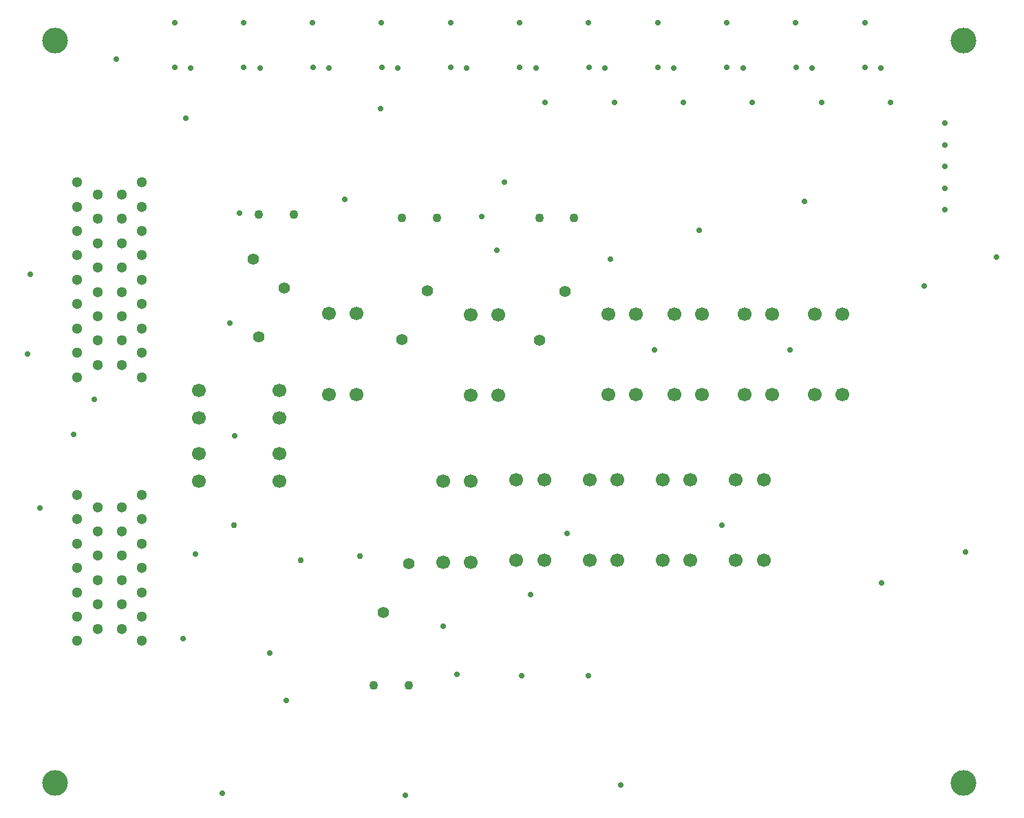
<source format=gbr>
%TF.GenerationSoftware,Altium Limited,Altium Designer,19.0.10 (269)*%
G04 Layer_Color=0*
%FSLAX26Y26*%
%MOIN*%
%TF.FileFunction,Plated,1,2,PTH,Drill*%
%TF.Part,Single*%
G01*
G75*
%TA.AperFunction,ComponentDrill*%
%ADD65C,0.055118*%
%ADD66C,0.066929*%
%ADD67C,0.066929*%
%ADD68C,0.051181*%
%TA.AperFunction,OtherDrill,Pad Free-5 (1166mil,1552mil)*%
%ADD69C,0.030000*%
%TA.AperFunction,OtherDrill,Pad Free-4 (1777mil,1401mil)*%
%ADD70C,0.030000*%
%TA.AperFunction,OtherDrill,Pad Free-3 (1490mil,1380mil)*%
%ADD71C,0.030000*%
%TA.AperFunction,OtherDrill,Pad Free-MH (4700mil,300mil)*%
%ADD72C,0.125000*%
%TA.AperFunction,OtherDrill,Pad Free-MH (4700mil,3900mil)*%
%ADD73C,0.125000*%
%TA.AperFunction,OtherDrill,Pad Free-MH (300mil,3900mil)*%
%ADD74C,0.125000*%
%TA.AperFunction,OtherDrill,Pad Free-MH (300mil,300mil)*%
%ADD75C,0.125000*%
%TA.AperFunction,ComponentDrill*%
%ADD76C,0.043307*%
%TA.AperFunction,ViaDrill,NotFilled*%
%ADD77C,0.028000*%
D65*
X2644656Y2449512D02*
D03*
X2768671Y2685732D02*
D03*
X1979001Y2452449D02*
D03*
X2103016Y2688670D02*
D03*
X1286000Y2466449D02*
D03*
X1260410Y2840465D02*
D03*
X1410016Y2702669D02*
D03*
X2011929Y1364551D02*
D03*
X1887913Y1128331D02*
D03*
D66*
X1385551Y1765000D02*
D03*
X995000D02*
D03*
X1385551Y1898858D02*
D03*
X995000D02*
D03*
Y2203780D02*
D03*
X1385551D02*
D03*
X995000Y2069921D02*
D03*
X1385551D02*
D03*
D67*
X1624843Y2186206D02*
D03*
Y2576757D02*
D03*
X1758701Y2186206D02*
D03*
Y2576757D02*
D03*
X2313490Y2181724D02*
D03*
Y2572276D02*
D03*
X2447348Y2181724D02*
D03*
Y2572276D02*
D03*
X2979165Y2183724D02*
D03*
Y2574276D02*
D03*
X3113023Y2183724D02*
D03*
Y2574276D02*
D03*
X3299361Y2184449D02*
D03*
Y2575000D02*
D03*
X3433220Y2184449D02*
D03*
Y2575000D02*
D03*
X3638246Y2184724D02*
D03*
Y2575276D02*
D03*
X3772104Y2184724D02*
D03*
Y2575276D02*
D03*
X3978379Y2184898D02*
D03*
Y2575450D02*
D03*
X4112237Y2184898D02*
D03*
Y2575450D02*
D03*
X3731237Y1771450D02*
D03*
Y1380898D02*
D03*
X3597378Y1771450D02*
D03*
Y1380898D02*
D03*
X3376886Y1771000D02*
D03*
Y1380449D02*
D03*
X3243028Y1771000D02*
D03*
Y1380449D02*
D03*
X3022570Y1771450D02*
D03*
Y1380898D02*
D03*
X2888712Y1771450D02*
D03*
Y1380898D02*
D03*
X2667701Y1771757D02*
D03*
Y1381206D02*
D03*
X2533843Y1771757D02*
D03*
Y1381206D02*
D03*
X2313314Y1763253D02*
D03*
Y1372702D02*
D03*
X2179456Y1763253D02*
D03*
Y1372702D02*
D03*
D68*
X720866Y2269685D02*
D03*
Y2387795D02*
D03*
Y2505905D02*
D03*
Y2624016D02*
D03*
Y2742126D02*
D03*
Y2860236D02*
D03*
Y2978347D02*
D03*
Y3096457D02*
D03*
Y3214567D02*
D03*
X622441Y2328740D02*
D03*
Y2446850D02*
D03*
Y2564961D02*
D03*
Y2683071D02*
D03*
Y2801181D02*
D03*
Y2919291D02*
D03*
Y3037402D02*
D03*
Y3155512D02*
D03*
X504331Y2328740D02*
D03*
Y2446850D02*
D03*
Y2564961D02*
D03*
Y2683071D02*
D03*
Y2801181D02*
D03*
Y2919291D02*
D03*
Y3037402D02*
D03*
Y3155512D02*
D03*
X405906Y2269685D02*
D03*
Y2387795D02*
D03*
Y2505905D02*
D03*
Y2624016D02*
D03*
Y2742126D02*
D03*
Y2860236D02*
D03*
Y2978347D02*
D03*
Y3096457D02*
D03*
Y3214567D02*
D03*
Y1698819D02*
D03*
Y1580709D02*
D03*
Y1462599D02*
D03*
Y1344488D02*
D03*
Y1226378D02*
D03*
Y1108268D02*
D03*
Y990158D02*
D03*
X504331Y1639764D02*
D03*
Y1521654D02*
D03*
Y1403543D02*
D03*
Y1285433D02*
D03*
Y1167323D02*
D03*
Y1049213D02*
D03*
X622441Y1639764D02*
D03*
Y1521654D02*
D03*
Y1403543D02*
D03*
Y1285433D02*
D03*
Y1167323D02*
D03*
Y1049213D02*
D03*
X720866Y1698819D02*
D03*
Y1580709D02*
D03*
Y1462599D02*
D03*
Y1344488D02*
D03*
Y1226378D02*
D03*
Y1108268D02*
D03*
Y990158D02*
D03*
D69*
X1166000Y1552000D02*
D03*
D70*
X1777000Y1401000D02*
D03*
D71*
X1490000Y1380000D02*
D03*
D72*
X4700000Y300000D02*
D03*
D73*
Y3900000D02*
D03*
D74*
X300000D02*
D03*
D75*
Y300000D02*
D03*
D76*
X2813947Y3040063D02*
D03*
X2644656D02*
D03*
X2148292Y3043001D02*
D03*
X1979001D02*
D03*
X1455292Y3057000D02*
D03*
X1286000D02*
D03*
X1842638Y774000D02*
D03*
X2011929D02*
D03*
D77*
X1876294Y3570439D02*
D03*
X2246000Y829000D02*
D03*
X1193000Y3066000D02*
D03*
X1701000Y3133000D02*
D03*
X934000Y3524000D02*
D03*
X3528000Y1553000D02*
D03*
X2367000Y3048000D02*
D03*
X2476217Y3214567D02*
D03*
X164695Y2380000D02*
D03*
X180000Y2769010D02*
D03*
X4344456Y3600000D02*
D03*
X3342396D02*
D03*
X597000Y3810000D02*
D03*
X4860000Y2850000D02*
D03*
X227000Y1634278D02*
D03*
X490000Y2162952D02*
D03*
X390000Y1990000D02*
D03*
X3860000Y2400000D02*
D03*
X3202201D02*
D03*
X2780726Y1510000D02*
D03*
X4710000Y1420000D02*
D03*
X4510000Y2710000D02*
D03*
X3930000Y3120000D02*
D03*
X3420000Y2980000D02*
D03*
X2990000Y2840465D02*
D03*
X2440000Y2884821D02*
D03*
X1170000Y1984252D02*
D03*
X1146000Y2530000D02*
D03*
X980000Y1410000D02*
D03*
X920000Y1000000D02*
D03*
X1340000Y930000D02*
D03*
X2180000Y1060000D02*
D03*
X1420000Y700000D02*
D03*
X2601000Y1215000D02*
D03*
X2560000Y822000D02*
D03*
X2883776Y820000D02*
D03*
X4304000Y1270000D02*
D03*
X3040000Y290000D02*
D03*
X1995969Y240000D02*
D03*
X1110000Y250000D02*
D03*
X3965388Y3768482D02*
D03*
X1959644D02*
D03*
X1625353D02*
D03*
X1881888Y3770726D02*
D03*
X4610000Y3080000D02*
D03*
Y3185000D02*
D03*
Y3290000D02*
D03*
Y3395000D02*
D03*
Y3500000D02*
D03*
X4010977Y3600000D02*
D03*
X3676686D02*
D03*
X3296806Y3768482D02*
D03*
X3008105Y3600000D02*
D03*
X2673814D02*
D03*
X1291063Y3768482D02*
D03*
X1212323Y3989740D02*
D03*
X1213307Y3770726D02*
D03*
X1546613Y3989740D02*
D03*
X1547597Y3770726D02*
D03*
X3631097Y3768482D02*
D03*
X3552357Y3989740D02*
D03*
X3553341Y3770726D02*
D03*
X3886647Y3989740D02*
D03*
X3887632Y3770726D02*
D03*
X4299678Y3768482D02*
D03*
X4220938Y3989740D02*
D03*
X4221922Y3770726D02*
D03*
X1880904Y3989740D02*
D03*
X2293935Y3768482D02*
D03*
X2215194Y3989740D02*
D03*
X2216179Y3770726D02*
D03*
X2628225Y3768482D02*
D03*
X2549485Y3989740D02*
D03*
X2550469Y3770726D02*
D03*
X2962516Y3768482D02*
D03*
X2883776Y3989740D02*
D03*
X2884760Y3770726D02*
D03*
X3218066Y3989740D02*
D03*
X3219050Y3770726D02*
D03*
X956772Y3768482D02*
D03*
X878032Y3989740D02*
D03*
X879016Y3770726D02*
D03*
%TF.MD5,6da33f68870a8e72817577355bc7e4d1*%
M02*

</source>
